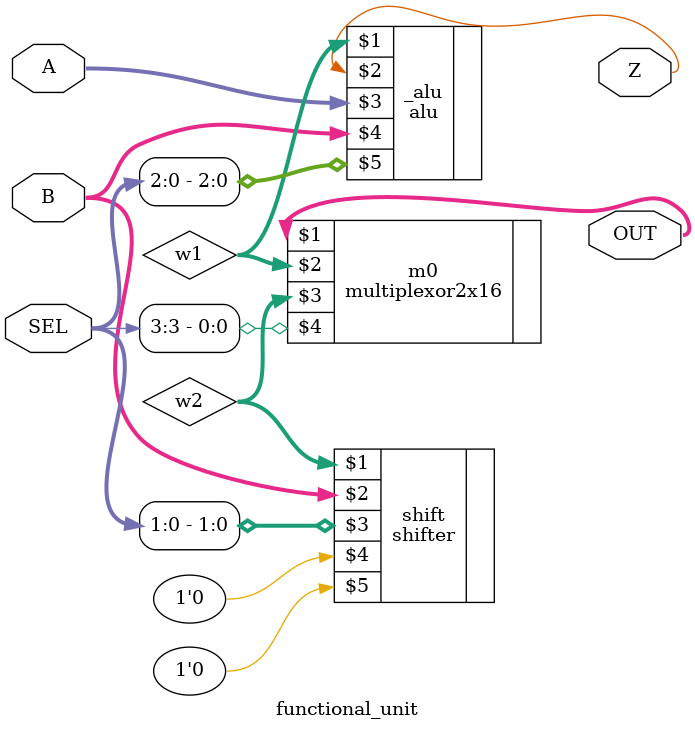
<source format=v>
module functional_unit(output[15:0] OUT,output Z,input[15:0] A,input[15:0] B,input[3:0] SEL);//DONE
	wire[15:0] w1,w2;
	alu _alu(w1, Z, A, B, SEL[2:0]);
	shifter shift(w2, B, SEL[1:0],1'b0,1'b0);
	multiplexor2x16 m0(OUT, w1,w2,SEL[3]);
endmodule

</source>
